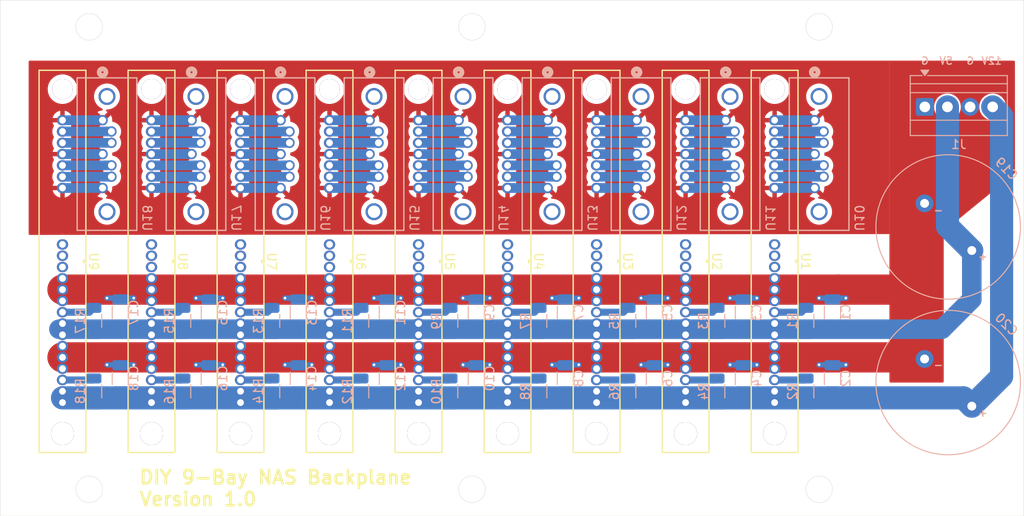
<source format=kicad_pcb>
(kicad_pcb (version 20241229) (generator "pcbnew") (generator_version "9.0")
  (layers (0 "F.Cu" signal "Front") (2 "B.Cu" signal "Back") (13 "F.Paste" user) (15 "B.Paste" user) (5 "F.SilkS" user "F.Silkscreen") (7 "B.SilkS" user "B.Silkscreen") (1 "F.Mask" user) (3 "B.Mask" user) (25 "Edge.Cuts" user))
  (net 0 "")
  (net 1 "GND")
  (net 2 "+12V")
  (net 3 "Net-(U1-A-)")
  (net 4 "Net-(U1-A+)")
  (net 5 "Net-(U1-B+)")
  (net 6 "Net-(U1-B-)")
  (net 7 "Net-(U11-A-)")
  (net 8 "Net-(U11-A+)")
  (net 9 "Net-(U11-B-)")
  (net 10 "Net-(U11-B+)")
  (net 11 "Net-(U12-A-)")
  (net 12 "Net-(U12-A+)")
  (net 13 "Net-(U12-B+)")
  (net 14 "Net-(U12-B-)")
  (net 15 "Net-(U13-B+)")
  (net 16 "Net-(U13-A-)")
  (net 17 "Net-(U13-A+)")
  (net 18 "Net-(U13-B-)")
  (net 19 "Net-(U14-B-)")
  (net 20 "Net-(U14-A-)")
  (net 21 "Net-(U14-B+)")
  (net 22 "Net-(U14-A+)")
  (net 23 "Net-(U15-A+)")
  (net 24 "Net-(U15-B+)")
  (net 25 "Net-(U15-B-)")
  (net 26 "Net-(U15-A-)")
  (net 27 "Net-(U16-A+)")
  (net 28 "Net-(U16-B-)")
  (net 29 "Net-(U16-A-)")
  (net 30 "Net-(U16-B+)")
  (net 31 "Net-(U17-B+)")
  (net 32 "Net-(U17-A+)")
  (net 33 "Net-(U17-B-)")
  (net 34 "Net-(U17-A-)")
  (net 35 "Net-(U18-A-)")
  (net 36 "Net-(U18-A+)")
  (net 37 "Net-(U18-B-)")
  (net 38 "Net-(U18-B+)")
  (net 39 "+5V")
  (net 40 "Net-(R2-Pad2)")
  (net 41 "Net-(R1-Pad2)")
  (net 42 "Net-(R3-Pad2)")
  (net 43 "Net-(R4-Pad1)")
  (net 44 "Net-(R5-Pad2)")
  (net 45 "Net-(R6-Pad2)")
  (net 46 "Net-(R7-Pad2)")
  (net 47 "Net-(R8-Pad2)")
  (net 48 "Net-(R9-Pad2)")
  (net 49 "Net-(R10-Pad2)")
  (net 50 "Net-(R11-Pad2)")
  (net 51 "Net-(R12-Pad2)")
  (net 52 "Net-(R13-Pad2)")
  (net 53 "Net-(R14-Pad2)")
  (net 54 "Net-(R15-Pad2)")
  (net 55 "Net-(R16-Pad2)")
  (net 56 "Net-(R17-Pad2)")
  (net 57 "Net-(R18-Pad2)")
  (footprint "Connector_SATA_SAS:CONN_877791001_MOL" (layer "F.Cu") (at 151 71.5 -90)
    (property "Reference" "U2")
    (property "Value" "SATA_Connector" (hide yes))
  )
  (footprint "Connector_SATA_SAS:CONN_877791001_MOL" (layer "F.Cu") (at 121 71.5 -90)
    (property "Reference" "U5")
    (property "Value" "SATA_Connector" (hide yes))
  )
  (footprint "Connector_SATA_SAS:CONN_877791001_MOL" (layer "F.Cu") (at 131 71.5 -90)
    (property "Reference" "U4")
    (property "Value" "SATA_Connector" (hide yes))
  )
  (footprint "Connector_SATA_SAS:CONN_877791001_MOL" (layer "F.Cu") (at 141 71.5 -90)
    (property "Reference" "U3")
    (property "Value" "SATA_Connector" (hide yes))
  )
  (footprint "Connector_SATA_SAS:CONN_877791001_MOL" (layer "F.Cu") (at 81 71.5 -90)
    (property "Reference" "U9")
    (property "Value" "SATA_Connector" (hide yes))
  )
  (footprint "Connector_SATA_SAS:CONN_877791001_MOL" (layer "F.Cu") (at 91 71.5 -90)
    (property "Reference" "U8")
    (property "Value" "SATA_Connector" (hide yes))
  )
  (footprint "Connector_SATA_SAS:CONN_877791001_MOL" (layer "F.Cu") (at 161 71.5 -90)
    (property "Reference" "U1")
    (property "Value" "SATA_Connector" (hide yes))
  )
  (footprint "Connector_SATA_SAS:CONN_877791001_MOL" (layer "F.Cu") (at 111 71.5 -90)
    (property "Reference" "U6")
    (property "Value" "SATA_Connector" (hide yes))
  )
  (footprint "Connector_SATA_SAS:CONN_877791001_MOL" (layer "F.Cu") (at 101 71.5 -90)
    (property "Reference" "U7")
    (property "Value" "SATA_Connector" (hide yes))
  )
  (footprint "Resistor_SMD:R_1206_3216Metric" (layer "B.Cu") (at 84.5 94.0625 90)
    (property "Reference" "R17")
    (property "Value" "R_Small_US")
  )
  (footprint "Resistor_SMD:R_1206_3216Metric" (layer "B.Cu") (at 114.5 94.0625 90)
    (property "Reference" "R11")
    (property "Value" "R_Small_US")
  )
  (footprint "Resistor_SMD:R_1206_3216Metric" (layer "B.Cu") (at 134.5 94.0625 90)
    (property "Reference" "R7")
    (property "Value" "R_Small_US")
  )
  (footprint "Resistor_SMD:R_1206_3216Metric" (layer "B.Cu") (at 164.5 102 90)
    (property "Reference" "R2")
    (property "Value" "R_Small_US")
  )
  (footprint "Resistor_SMD:R_1206_3216Metric" (layer "B.Cu") (at 144.5 94.0625 90)
    (property "Reference" "R5")
    (property "Value" "R_Small_US")
  )
  (footprint "Resistor_SMD:R_1206_3216Metric" (layer "B.Cu") (at 114.5 102 90)
    (property "Reference" "R12")
    (property "Value" "R_Small_US")
  )
  (footprint "Capacitor_SMD:C_1206_3216Metric" (layer "B.Cu") (at 87.5 100.525 -90)
    (property "Reference" "C18")
    (property "Value" "C_Small")
  )
  (footprint "Capacitor_SMD:C_1206_3216Metric" (layer "B.Cu") (at 147.5 93.125 -90)
    (property "Reference" "C5")
    (property "Value" "C_Small")
  )
  (footprint "Resistor_SMD:R_1206_3216Metric" (layer "B.Cu") (at 94.5 94.0625 90)
    (property "Reference" "R15")
    (property "Value" "R_Small_US")
  )
  (footprint "Resistor_SMD:R_1206_3216Metric" (layer "B.Cu") (at 134.5 102 90)
    (property "Reference" "R8")
    (property "Value" "R_Small_US")
  )
  (footprint "Resistor_SMD:R_1206_3216Metric" (layer "B.Cu") (at 124.5 94.0625 90)
    (property "Reference" "R9")
    (property "Value" "R_Small_US")
  )
  (footprint "Capacitor_THT:C_Radial_D16.0mm_H25.0mm_P7.50mm" (layer "B.Cu") (at 183.15165 103.65165 135)
    (property "Reference" "C20")
    (property "Value" "C_Polarized_Small")
  )
  (footprint "Connector_SATA_SAS:CONN_67800-8025_MOL" (layer "B.Cu") (at 145.5 71.5 90)
    (property "Reference" "U12")
    (property "Value" "SATA_Data")
  )
  (footprint "Connector_SATA_SAS:CONN_67800-8025_MOL" (layer "B.Cu") (at 165.500001 71.5 90)
    (property "Reference" "U10")
    (property "Value" "SATA_Data")
  )
  (footprint "Capacitor_SMD:C_1206_3216Metric" (layer "B.Cu") (at 137.5 100.525 -90)
    (property "Reference" "C8")
    (property "Value" "C_Small")
  )
  (footprint "Capacitor_SMD:C_1206_3216Metric" (layer "B.Cu") (at 97.5 100.525 -90)
    (property "Reference" "C16")
    (property "Value" "C_Small")
  )
  (footprint "Connector_SATA_SAS:CONN_67800-8025_MOL" (layer "B.Cu") (at 155.500001 71.5 90)
    (property "Reference" "U11")
    (property "Value" "SATA_Data")
  )
  (footprint "Capacitor_SMD:C_1206_3216Metric" (layer "B.Cu") (at 127.5 100.525 -90)
    (property "Reference" "C10")
    (property "Value" "C_Small")
  )
  (footprint "Resistor_SMD:R_1206_3216Metric" (layer "B.Cu") (at 164.5 94.0625 90)
    (property "Reference" "R1")
    (property "Value" "R_Small_US")
  )
  (footprint "Connector_SATA_SAS:CONN_67800-8025_MOL" (layer "B.Cu") (at 95.500001 71.5 90)
    (property "Reference" "U17")
    (property "Value" "SATA_Data")
  )
  (footprint "Capacitor_SMD:C_1206_3216Metric" (layer "B.Cu") (at 87.5 93.125 -90)
    (property "Reference" "C17")
    (property "Value" "C_Small")
  )
  (footprint "Connector_SATA_SAS:CONN_67800-8025_MOL" (layer "B.Cu") (at 135.500001 71.5 90)
    (property "Reference" "U13")
    (property "Value" "SATA_Data")
  )
  (footprint "TerminalBlock:TerminalBlock_Xinya_XY308-2.54-4P_1x04_P2.54mm_Horizontal" (layer "B.Cu") (at 177.88 70)
    (property "Reference" "J1")
    (property "Value" "Screw_Terminal_01x04")
  )
  (footprint "Resistor_SMD:R_1206_3216Metric" (layer "B.Cu") (at 84.5 102 90)
    (property "Reference" "R18")
    (property "Value" "R_Small_US")
  )
  (footprint "Capacitor_SMD:C_1206_3216Metric" (layer "B.Cu") (at 117.5 100.525 -90)
    (property "Reference" "C12")
    (property "Value" "C_Small")
  )
  (footprint "Connector_SATA_SAS:CONN_67800-8025_MOL" (layer "B.Cu") (at 85.500001 71.5 90)
    (property "Reference" "U18")
    (property "Value" "SATA_Data")
  )
  (footprint "Resistor_SMD:R_1206_3216Metric" (layer "B.Cu") (at 104.5 102 90)
    (property "Reference" "R14")
    (property "Value" "R_Small_US")
  )
  (footprint "Resistor_SMD:R_1206_3216Metric" (layer "B.Cu") (at 144.5 102 90)
    (property "Reference" "R6")
    (property "Value" "R_Small_US")
  )
  (footprint "Connector_SATA_SAS:CONN_67800-8025_MOL" (layer "B.Cu") (at 125.500001 71.5 90)
    (property "Reference" "U14")
    (property "Value" "SATA_Data")
  )
  (footprint "Capacitor_SMD:C_1206_3216Metric" (layer "B.Cu") (at 157.5 100.525 -90)
    (property "Reference" "C4")
    (property "Value" "C_Small")
  )
  (footprint "Capacitor_SMD:C_1206_3216Metric" (layer "B.Cu") (at 107.5 93.125 -90)
    (property "Reference" "C13")
    (property "Value" "C_Small")
  )
  (footprint "Capacitor_SMD:C_1206_3216Metric" (layer "B.Cu") (at 157.5 93.125 -90)
    (property "Reference" "C3")
    (property "Value" "C_Small")
  )
  (footprint "Capacitor_SMD:C_1206_3216Metric" (layer "B.Cu") (at 97.5 93.125 -90)
    (property "Reference" "C15")
    (property "Value" "C_Small")
  )
  (footprint "Resistor_SMD:R_1206_3216Metric" (layer "B.Cu") (at 124.5 102 90)
    (property "Reference" "R10")
    (property "Value" "R_Small_US")
  )
  (footprint "Resistor_SMD:R_1206_3216Metric" (layer "B.Cu") (at 104.5 94.0625 90)
    (property "Reference" "R13")
    (property "Value" "R_Small_US")
  )
  (footprint "Capacitor_SMD:C_1206_3216Metric" (layer "B.Cu") (at 147.5 100.525 -90)
    (property "Reference" "C6")
    (property "Value" "C_Small")
  )
  (footprint "Capacitor_SMD:C_1206_3216Metric" (layer "B.Cu") (at 137.5 93.125 -90)
    (property "Reference" "C7")
    (property "Value" "C_Small")
  )
  (footprint "Capacitor_THT:C_Radial_D16.0mm_H25.0mm_P7.50mm" (layer "B.Cu") (at 183.15165 86.15165 135)
    (property "Reference" "C19")
    (property "Value" "C_Polarized_Small")
  )
  (footprint "Capacitor_SMD:C_1206_3216Metric" (layer "B.Cu") (at 167.5 100.525 -90)
    (property "Reference" "C2")
    (property "Value" "C_Small")
  )
  (footprint "Connector_SATA_SAS:CONN_67800-8025_MOL" (layer "B.Cu") (at 105.500001 71.5 90)
    (property "Reference" "U16")
    (property "Value" "SATA_Data")
  )
  (footprint "Capacitor_SMD:C_1206_3216Metric" (layer "B.Cu") (at 127.5 93.125 -90)
    (property "Reference" "C9")
    (property "Value" "C_Small")
  )
  (footprint "Capacitor_SMD:C_1206_3216Metric" (layer "B.Cu") (at 107.5 100.525 -90)
    (property "Reference" "C14")
    (property "Value" "C_Small")
  )
  (footprint "Capacitor_SMD:C_1206_3216Metric" (layer "B.Cu") (at 117.5 93.125 -90)
    (property "Reference" "C11")
    (property "Value" "C_Small")
  )
  (footprint "Resistor_SMD:R_1206_3216Metric" (layer "B.Cu") (at 154.5 94.0625 90)
    (property "Reference" "R3")
    (property "Value" "R_Small_US")
  )
  (footprint "Resistor_SMD:R_1206_3216Metric" (layer "B.Cu") (at 154.5 102 -90)
    (property "Reference" "R4")
    (property "Value" "R_Small_US")
  )
  (footprint "Connector_SATA_SAS:CONN_67800-8025_MOL" (layer "B.Cu") (at 115.500001 71.5 90)
    (property "Reference" "U15")
    (property "Value" "SATA_Data")
  )
  (footprint "Capacitor_SMD:C_1206_3216Metric" (layer "B.Cu") (at 167.5 93.125 -90)
    (property "Reference" "C1")
    (property "Value" "C_Small")
  )
  (footprint "Resistor_SMD:R_1206_3216Metric" (layer "B.Cu") (at 94.5 102 90)
    (property "Reference" "R16")
    (property "Value" "R_Small_US")
  )
  (gr_line (start 74 58) (end 189 58) (stroke (width 0.0381)) (layer "Edge.Cuts"))
  (gr_line (start 74 116) (end 189 116) (stroke (width 0.0381)) (layer "Edge.Cuts"))
  (gr_circle (center 166 113) (end 167.5 113) (stroke (width 0.0381)) (fill no) (layer "Edge.Cuts"))
  (gr_circle (center 127 61) (end 128.5 61) (stroke (width 0.0381)) (fill no) (layer "Edge.Cuts"))
  (gr_circle (center 166 61) (end 167.5 61) (stroke (width 0.0381)) (fill no) (layer "Edge.Cuts"))
  (gr_circle (center 84 61) (end 85.5 61) (stroke (width 0.0381)) (fill no) (layer "Edge.Cuts"))
  (gr_circle (center 84 113) (end 85.5 113) (stroke (width 0.0381)) (fill no) (layer "Edge.Cuts"))
  (gr_line (start 74 58) (end 74 116) (stroke (width 0.0381)) (layer "Edge.Cuts"))
  (gr_line (start 189 116) (end 189 58) (stroke (width 0.0381)) (layer "Edge.Cuts"))
  (gr_circle (center 127 113) (end 128.5 113) (stroke (width 0.0381)) (fill no) (layer "Edge.Cuts"))
  (gr_text "DIY 9-Bay NAS Backplane \nVersion 1.0" (at 89.5 115 0) (layer "F.SilkS") (effects (font (size 1.524 1.524) (thickness 0.3048) (bold yes)) (justify left bottom)))
  (gr_text "+" (at 185 104.9 0) (layer "B.SilkS") (effects (font (size 0.8128 0.8128) (thickness 0.1524) (bold yes)) (justify left bottom mirror)))
  (gr_text "12V" (at 186.6 65.3 0) (layer "B.SilkS") (effects (font (size 0.8128 0.8128) (thickness 0.1524) (bold yes)) (justify left bottom mirror)))
  (gr_text "G" (at 178.4 65.3 0) (layer "B.SilkS") (effects (font (size 0.8128 0.8128) (thickness 0.1524) (bold yes)) (justify left bottom mirror)))
  (gr_text "-" (at 180 82.1 0) (layer "B.SilkS") (effects (font (size 0.8128 0.8128) (thickness 0.1524) (bold yes)) (justify left bottom mirror)))
  (gr_text "-" (at 180 99.5 0) (layer "B.SilkS") (effects (font (size 0.8128 0.8128) (thickness 0.1524) (bold yes)) (justify left bottom mirror)))
  (gr_text "5V" (at 181.1 65.3 0) (layer "B.SilkS") (effects (font (size 0.8128 0.8128) (thickness 0.1524) (bold yes)) (justify left bottom mirror)))
  (gr_text "+" (at 185 87.3 0) (layer "B.SilkS") (effects (font (size 0.8128 0.8128) (thickness 0.1524) (bold yes)) (justify left bottom mirror)))
  (gr_text "G" (at 183.5 65.3 0) (layer "B.SilkS") (effects (font (size 0.8128 0.8128) (thickness 0.1524) (bold yes)) (justify left bottom mirror)))
  (segment (start 177.67 98.17) (end 81 98.17) (width 3.4) (layer "F.Cu") (net 1))
  (segment (start 177.848349 98.348349) (end 177.67 98.17) (width 2.6) (layer "F.Cu") (net 1))
  (segment (start 168.146698 90.55) (end 177.45 90.55) (width 3.4) (layer "F.Cu") (net 1))
  (segment (start 177.88 80.816698) (end 177.848349 80.848349) (width 2.6) (layer "F.Cu") (net 1))
  (segment (start 81 90.55) (end 168.146698 90.55) (width 3.4) (layer "F.Cu") (net 1))
  (via (at 139 99) (size 0.6) (drill 0.3) (layers "F.Cu" "B.Cu") (net 1))
  (via (at 169 91.5) (size 0.6) (drill 0.3) (layers "F.Cu" "B.Cu") (net 1))
  (via (at 156 99) (size 0.6) (drill 0.3) (layers "F.Cu" "B.Cu") (net 1))
  (via (at 129 99) (size 0.6) (drill 0.3) (layers "F.Cu" "B.Cu") (net 1))
  (via (at 119 99) (size 0.6) (drill 0.3) (layers "F.Cu" "B.Cu") (net 1))
  (via (at 129 91.5) (size 0.6) (drill 0.3) (layers "F.Cu" "B.Cu") (net 1))
  (via (at 159 91.5) (size 0.6) (drill 0.3) (layers "F.Cu" "B.Cu") (net 1))
  (via (at 166 99) (size 0.6) (drill 0.3) (layers "F.Cu" "B.Cu") (net 1))
  (via (at 116 91.5) (size 0.6) (drill 0.3) (layers "F.Cu" "B.Cu") (net 1))
  (via (at 89 91.5) (size 0.6) (drill 0.3) (layers "F.Cu" "B.Cu") (net 1))
  (via (at 99 91.5) (size 0.6) (drill 0.3) (layers "F.Cu" "B.Cu") (net 1))
  (via (at 136 91.5) (size 0.6) (drill 0.3) (layers "F.Cu" "B.Cu") (net 1))
  (via (at 166 91.5) (size 0.6) (drill 0.3) (layers "F.Cu" "B.Cu") (net 1))
  (via (at 106 91.5) (size 0.6) (drill 0.3) (layers "F.Cu" "B.Cu") (net 1))
  (via (at 119 91.5) (size 0.6) (drill 0.3) (layers "F.Cu" "B.Cu") (net 1))
  (via (at 89 99) (size 0.6) (drill 0.3) (layers "F.Cu" "B.Cu") (net 1))
  (via (at 109 91.5) (size 0.6) (drill 0.3) (layers "F.Cu" "B.Cu") (net 1))
  (via (at 99 99) (size 0.6) (drill 0.3) (layers "F.Cu" "B.Cu") (net 1))
  (via (at 169 99) (size 0.6) (drill 0.3) (layers "F.Cu" "B.Cu") (net 1))
  (via (at 86 91.5) (size 0.6) (drill 0.3) (layers "F.Cu" "B.Cu") (net 1))
  (via (at 149 99) (size 0.6) (drill 0.3) (layers "F.Cu" "B.Cu") (net 1))
  (via (at 96 91.5) (size 0.6) (drill 0.3) (layers "F.Cu" "B.Cu") (net 1))
  (via (at 126 99) (size 0.6) (drill 0.3) (layers "F.Cu" "B.Cu") (net 1))
  (via (at 109 99) (size 0.6) (drill 0.3) (layers "F.Cu" "B.Cu") (net 1))
  (via (at 149 91.5) (size 0.6) (drill 0.3) (layers "F.Cu" "B.Cu") (net 1))
  (via (at 106 99) (size 0.6) (drill 0.3) (layers "F.Cu" "B.Cu") (net 1))
  (via (at 116 99) (size 0.6) (drill 0.3) (layers "F.Cu" "B.Cu") (net 1))
  (via (at 156 91.5) (size 0.6) (drill 0.3) (layers "F.Cu" "B.Cu") (net 1))
  (via (at 136 99) (size 0.6) (drill 0.3) (layers "F.Cu" "B.Cu") (net 1))
  (via (at 146 99) (size 0.6) (drill 0.3) (layers "F.Cu" "B.Cu") (net 1))
  (via (at 96 99) (size 0.6) (drill 0.3) (layers "F.Cu" "B.Cu") (net 1))
  (via (at 126 91.5) (size 0.6) (drill 0.3) (layers "F.Cu" "B.Cu") (net 1))
  (via (at 86 99) (size 0.6) (drill 0.3) (layers "F.Cu" "B.Cu") (net 1))
  (via (at 146 91.5) (size 0.6) (drill 0.3) (layers "F.Cu" "B.Cu") (net 1))
  (via (at 139 91.5) (size 0.6) (drill 0.3) (layers "F.Cu" "B.Cu") (net 1))
  (via (at 159 99) (size 0.6) (drill 0.3) (layers "F.Cu" "B.Cu") (net 1))
  (segment (start 126 99) (end 129 99) (width 0.6) (layer "B.Cu") (net 1))
  (segment (start 81 75.31) (end 85.500001 75.31) (width 1.1) (layer "B.Cu") (net 1))
  (segment (start 81 71.5) (end 85.500001 71.5) (width 1.1) (layer "B.Cu") (net 1))
  (segment (start 131 79.12) (end 135.500001 79.12) (width 1.1) (layer "B.Cu") (net 1))
  (segment (start 86 91.5) (end 89 91.5) (width 0.6) (layer "B.Cu") (net 1))
  (segment (start 156 99) (end 159 99) (width 0.6) (layer "B.Cu") (net 1))
  (segment (start 136 99) (end 139 99) (width 0.6) (layer "B.Cu") (net 1))
  (segment (start 121 71.5) (end 125.500001 71.5) (width 1.1) (layer "B.Cu") (net 1))
  (segment (start 151 71.5) (end 155.500001 71.5) (width 1.1) (layer "B.Cu") (net 1))
  (segment (start 101 75.31) (end 105.500001 75.31) (width 1.1) (layer "B.Cu") (net 1))
  (segment (start 141 75.31) (end 145.5 75.31) (width 1.1) (layer "B.Cu") (net 1))
  (segment (start 116 91.5) (end 119 91.5) (width 0.6) (layer "B.Cu") (net 1))
  (segment (start 141 79.12) (end 145.5 79.12) (width 1.1) (layer "B.Cu") (net 1))
  (segment (start 91 71.5) (end 95.500001 71.5) (width 1.1) (layer "B.Cu") (net 1))
  (segment (start 121 75.31) (end 125.500001 75.31) (width 1.1) (layer "B.Cu") (net 1))
  (segment (start 136 91.5) (end 139 91.5) (width 0.6) (layer "B.Cu") (net 1))
  (segment (start 166 91.5) (end 169 91.5) (width 0.6) (layer "B.Cu") (net 1))
  (segment (start 146 91.5) (end 149 91.5) (width 0.6) (layer "B.Cu") (net 1))
  (segment (start 166 99) (end 169 99) (width 0.6) (layer "B.Cu") (net 1))
  (segment (start 141 71.5) (end 145.5 71.5) (width 1.1) (layer "B.Cu") (net 1))
  (segment (start 81 79.12) (end 85.500001 79.12) (width 1.1) (layer "B.Cu") (net 1))
  (segment (start 161 71.5) (end 165.500001 71.5) (width 1.1) (layer "B.Cu") (net 1))
  (segment (start 156 91.5) (end 159 91.5) (width 0.6) (layer "B.Cu") (net 1))
  (segment (start 151 79.12) (end 155.500001 79.12) (width 1.1) (layer "B.Cu") (net 1))
  (segment (start 115.500001 71.5) (end 111 71.5) (width 1.1) (layer "B.Cu") (net 1))
  (segment (start 111 79.12) (end 115.500001 79.12) (width 1.1) (layer "B.Cu") (net 1))
  (segment (start 96 91.5) (end 99 91.5) (width 0.6) (layer "B.Cu") (net 1))
  (segment (start 126 91.5) (end 129 91.5) (width 0.6) (layer "B.Cu") (net 1))
  (segment (start 151 75.31) (end 155.500001 75.31) (width 1.1) (layer "B.Cu") (net 1))
  (segment (start 86 99) (end 89 99) (width 0.6) (layer "B.Cu") (net 1))
  (segment (start 106 99) (end 109 99) (width 0.6) (layer "B.Cu") (net 1))
  (segment (start 116 99) (end 119 99) (width 0.6) (layer "B.Cu") (net 1))
  (segment (start 161 75.31) (end 165.500001 75.31) (width 1.1) (layer "B.Cu") (net 1))
  (segment (start 146 99) (end 149 99) (width 0.6) (layer "B.Cu") (net 1))
  (segment (start 96 99) (end 99 99) (width 0.6) (layer "B.Cu") (net 1))
  (segment (start 131 75.31) (end 135.500001 75.31) (width 1.1) (layer "B.Cu") (net 1))
  (segment (start 91 79.12) (end 95.500001 79.12) (width 1.1) (layer "B.Cu") (net 1))
  (segment (start 121 79.12) (end 125.500001 79.12) (width 1.1) (layer "B.Cu") (net 1))
  (segment (start 131 71.5) (end 135.500001 71.5) (width 1.1) (layer "B.Cu") (net 1))
  (segment (start 111 75.31) (end 115.500001 75.31) (width 1.1) (layer "B.Cu") (net 1))
  (segment (start 101 79.12) (end 105.500001 79.12) (width 1.1) (layer "B.Cu") (net 1))
  (segment (start 91 75.31) (end 95.500001 75.31) (width 1.1) (layer "B.Cu") (net 1))
  (segment (start 101 71.5) (end 105.500001 71.5) (width 1.1) (layer "B.Cu") (net 1))
  (segment (start 106 91.5) (end 109 91.5) (width 0.6) (layer "B.Cu") (net 1))
  (segment (start 161 79.12) (end 165.500001 79.12) (width 1.1) (layer "B.Cu") (net 1))
  (segment (start 186.5 100.3033) (end 183.15165 103.65165) (width 2.6) (layer "B.Cu") (net 2))
  (segment (start 183.15165 103.65165) (end 182.2222 102.7222) (width 2.6) (layer "B.Cu") (net 2))
  (segment (start 185.5 70) (end 186.5 71) (width 2.6) (layer "B.Cu") (net 2))
  (segment (start 151 103.25) (end 151 103.5) (width 0.4) (layer "B.Cu") (net 2))
  (segment (start 182.2222 102.7222) (end 81 102.7222) (width 2.6) (layer "B.Cu") (net 2))
  (segment (start 186.5 71) (end 186.5 100.3033) (width 2.6) (layer "B.Cu") (net 2))
  (segment (start 161 101.98) (end 161 102) (width 0.4) (layer "B.Cu") (net 2))
  (segment (start 161 74.04) (end 166.500001 74.04) (width 1.1) (layer "B.Cu") (net 3))
  (segment (start 161 72.77) (end 166.500001 72.77) (width 1.1) (layer "B.Cu") (net 4))
  (segment (start 161 77.85) (end 166.500001 77.85) (width 1.1) (layer "B.Cu") (net 5))
  (segment (start 161 76.58) (end 166.500001 76.58) (width 1.1) (layer "B.Cu") (net 6))
  (segment (start 151 74.04) (end 156.500001 74.04) (width 1.1) (layer "B.Cu") (net 7))
  (segment (start 151 72.77) (end 156.500001 72.77) (width 1.1) (layer "B.Cu") (net 8))
  (segment (start 151 76.58) (end 156.500001 76.58) (width 1.1) (layer "B.Cu") (net 9))
  (segment (start 151 77.85) (end 156.500001 77.85) (width 1.1) (layer "B.Cu") (net 10))
  (segment (start 141 74.04) (end 146.5 74.04) (width 1.1) (layer "B.Cu") (net 11))
  (segment (start 141 72.77) (end 146.5 72.77) (width 1.1) (layer "B.Cu") (net 12))
  (segment (start 141 77.85) (end 146.5 77.85) (width 1.1) (layer "B.Cu") (net 13))
  (segment (start 141 76.58) (end 146.5 76.58) (width 1.1) (layer "B.Cu") (net 14))
  (segment (start 131 77.85) (end 136.500001 77.85) (width 1.1) (layer "B.Cu") (net 15))
  (segment (start 131 74.04) (end 136.500001 74.04) (width 1.1) (layer "B.Cu") (net 16))
  (segment (start 131 72.77) (end 136.500001 72.77) (width 1.1) (layer "B.Cu") (net 17))
  (segment (start 131 76.58) (end 136.500001 76.58) (width 1.1) (layer "B.Cu") (net 18))
  (segment (start 121 76.58) (end 126.500001 76.58) (width 1.1) (layer "B.Cu") (net 19))
  (segment (start 121 74.04) (end 126.500001 74.04) (width 1.1) (layer "B.Cu") (net 20))
  (segment (start 121 77.85) (end 126.500001 77.85) (width 1.1) (layer "B.Cu") (net 21))
  (segment (start 121 72.77) (end 126.500001 72.77) (width 1.1) (layer "B.Cu") (net 22))
  (segment (start 111 72.77) (end 116.500001 72.77) (width 1.1) (layer "B.Cu") (net 23))
  (segment (start 111 77.85) (end 116.500001 77.85) (width 1.1) (layer "B.Cu") (net 24))
  (segment (start 111 76.58) (end 116.500001 76.58) (width 1.1) (layer "B.Cu") (net 25))
  (segment (start 111 74.04) (end 116.500001 74.04) (width 1.1) (layer "B.Cu") (net 26))
  (segment (start 101 72.77) (end 106.500001 72.77) (width 1.1) (layer "B.Cu") (net 27))
  (segment (start 101 76.58) (end 106.500001 76.58) (width 1.1) (layer "B.Cu") (net 28))
  (segment (start 101 74.04) (end 106.500001 74.04) (width 1.1) (layer "B.Cu") (net 29))
  (segment (start 101 77.85) (end 106.500001 77.85) (width 1.1) (layer "B.Cu") (net 30))
  (segment (start 91 77.85) (end 96.500001 77.85) (width 1.1) (layer "B.Cu") (net 31))
  (segment (start 91 72.77) (end 96.500001 72.77) (width 1.1) (layer "B.Cu") (net 32))
  (segment (start 91 76.58) (end 96.500001 76.58) (width 1.1) (layer "B.Cu") (net 33))
  (segment (start 91 74.04) (end 96.500001 74.04) (width 1.1) (layer "B.Cu") (net 34))
  (segment (start 81 74.04) (end 86.500001 74.04) (width 1.1) (layer "B.Cu") (net 35))
  (segment (start 81 72.77) (end 86.500001 72.77) (width 1.1) (layer "B.Cu") (net 36))
  (segment (start 81 76.58) (end 86.500001 76.58) (width 1.1) (layer "B.Cu") (net 37))
  (segment (start 81 77.85) (end 86.500001 77.85) (width 1.1) (layer "B.Cu") (net 38))
  (segment (start 180.42 70) (end 180.42 83.42) (width 2.6) (layer "B.Cu") (net 39))
  (segment (start 180.42 83.42) (end 183.15165 86.15165) (width 2.6) (layer "B.Cu") (net 39))
  (segment (start 183.15165 86.15165) (end 183.15165 91.64835) (width 2.2) (layer "B.Cu") (net 39))
  (segment (start 179.8 95) (end 80.6 95) (width 2.2) (layer "B.Cu") (net 39))
  (segment (start 183.15165 91.64835) (end 179.8 95) (width 2.2) (layer "B.Cu") (net 39))
  (segment (start 164.5 100.5375) (end 164.3275 100.71) (width 0.8) (layer "B.Cu") (net 40))
  (segment (start 161.135 100.575) (end 161 100.71) (width 0.6) (layer "B.Cu") (net 40))
  (segment (start 164.3275 100.71) (end 161 100.71) (width 0.8) (layer "B.Cu") (net 40))
  (segment (start 164.01 93.09) (end 161 93.09) (width 0.8) (layer "B.Cu") (net 41))
  (segment (start 164.5 92.6) (end 164.01 93.09) (width 0.8) (layer "B.Cu") (net 41))
  (segment (start 154.5 92.6) (end 154.01 93.09) (width 0.8) (layer "B.Cu") (net 42))
  (segment (start 154.01 93.09) (end 151 93.09) (width 0.8) (layer "B.Cu") (net 42))
  (segment (start 154.5 100.5375) (end 154.3275 100.71) (width 0.8) (layer "B.Cu") (net 43))
  (segment (start 154.3275 100.71) (end 151 100.71) (width 0.8) (layer "B.Cu") (net 43))
  (segment (start 144.5 92.6) (end 144.01 93.09) (width 0.8) (layer "B.Cu") (net 44))
  (segment (start 144.01 93.09) (end 141 93.09) (width 0.8) (layer "B.Cu") (net 44))
  (segment (start 144.3275 100.71) (end 141 100.71) (width 0.8) (layer "B.Cu") (net 45))
  (segment (start 144.5 100.5375) (end 144.3275 100.71) (width 0.8) (layer "B.Cu") (net 45))
  (segment (start 134.01 93.09) (end 131 93.09) (width 0.8) (layer "B.Cu") (net 46))
  (segment (start 134.5 92.6) (end 134.01 93.09) (width 0.8) (layer "B.Cu") (net 46))
  (segment (start 134.5 100.5375) (end 134.3275 100.71) (width 0.8) (layer "B.Cu") (net 47))
  (segment (start 134.3275 100.71) (end 131 100.71) (width 0.8) (layer "B.Cu") (net 47))
  (segment (start 124.5 92.6) (end 124.01 93.09) (width 0.8) (layer "B.Cu") (net 48))
  (segment (start 124.01 93.09) (end 121 93.09) (width 0.8) (layer "B.Cu") (net 48))
  (segment (start 124.5 100.5375) (end 124.3275 100.71) (width 0.8) (layer "B.Cu") (net 49))
  (segment (start 124.3275 100.71) (end 121 100.71) (width 0.8) (layer "B.Cu") (net 49))
  (segment (start 114.5 92.6) (end 114.01 93.09) (width 0.8) (layer "B.Cu") (net 50))
  (segment (start 114.01 93.09) (end 111 93.09) (width 0.8) (layer "B.Cu") (net 50))
  (segment (start 114.5 100.5375) (end 114.3275 100.71) (width 0.8) (layer "B.Cu") (net 51))
  (segment (start 114.3275 100.71) (end 111 100.71) (width 0.8) (layer "B.Cu") (net 51))
  (segment (start 104.5 92.6) (end 104.01 93.09) (width 0.8) (layer "B.Cu") (net 52))
  (segment (start 104.01 93.09) (end 101 93.09) (width 0.8) (layer "B.Cu") (net 52))
  (segment (start 104.5 100.5375) (end 104.3275 100.71) (width 0.8) (layer "B.Cu") (net 53))
  (segment (start 104.3275 100.71) (end 101 100.71) (width 0.8) (layer "B.Cu") (net 53))
  (segment (start 94.01 93.09) (end 91 93.09) (width 0.8) (layer "B.Cu") (net 54))
  (segment (start 94.5 92.6) (end 94.01 93.09) (width 0.8) (layer "B.Cu") (net 54))
  (segment (start 94.3275 100.71) (end 91 100.71) (width 0.8) (layer "B.Cu") (net 55))
  (segment (start 94.5 100.5375) (end 94.3275 100.71) (width 0.8) (layer "B.Cu") (net 55))
  (segment (start 84.01 93.09) (end 81 93.09) (width 0.8) (layer "B.Cu") (net 56))
  (segment (start 84.5 92.6) (end 84.01 93.09) (width 0.8) (layer "B.Cu") (net 56))
  (segment (start 84.3275 100.71) (end 81 100.71) (width 0.8) (layer "B.Cu") (net 57))
  (segment (start 84.5 100.5375) (end 84.3275 100.71) (width 0.8) (layer "B.Cu") (net 57))
  (zone (net 1) (net_name "GND") (layer "F.Cu") (connect_pads (clearance 0.5)) (min_thickness 0.25) (fill yes (thermal_gap 0.5) (thermal_bridge_width 0.5))
    (polygon (pts (xy 188 77.454546) (xy 180 84) (xy 180 101) (xy 173.9 101) (xy 173.9 64.8) (xy 188 64.8)))
  )
  (zone (net 1) (net_name "GND") (layer "F.Cu") (priority 1) (connect_pads (clearance 0.5)) (min_thickness 0.25) (fill yes (thermal_gap 0.5) (thermal_bridge_width 0.5))
    (polygon (pts (xy 77.2 64.8) (xy 173.9 64.8) (xy 173.9 84.302323) (xy 77.2 84.4)))
  )
)
</source>
